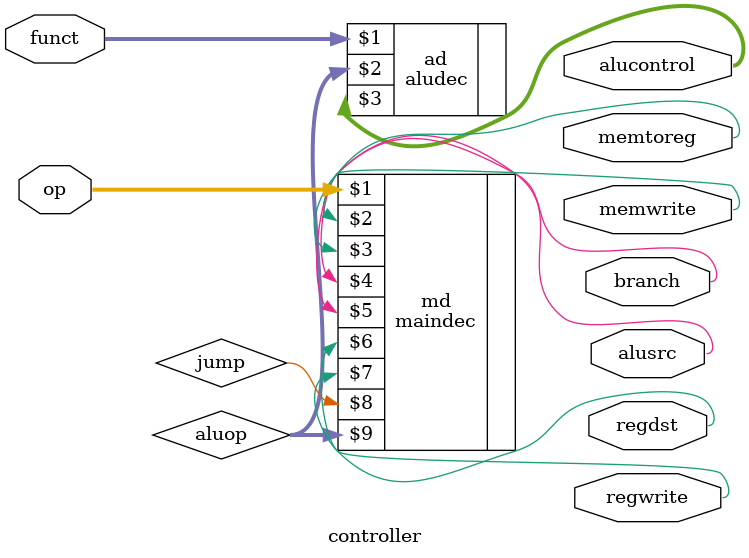
<source format=sv>
`timescale 1ns / 1ps

module controller(input  logic[5:0] op, funct,
                  output logic     regwrite, memtoreg,
                  output logic     memwrite,
                  output logic[2:0] alucontrol,
                  output logic     alusrc, regdst,
                  output logic     branch);

   logic [1:0] aluop;

   maindec md (op, memtoreg, memwrite, branch, alusrc, regdst, regwrite, 
         jump, aluop);

   aludec  ad (funct, aluop, alucontrol);

endmodule
</source>
